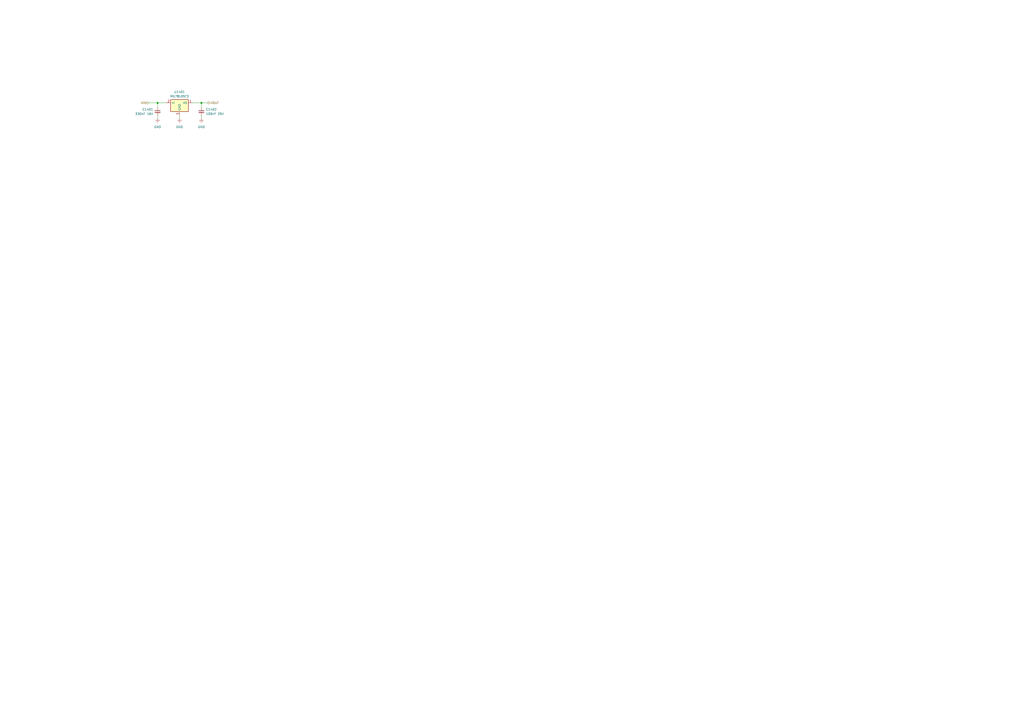
<source format=kicad_sch>
(kicad_sch (version 20250114) (generator "eeschema") (generator_version "9.0")
  (paper "A2")
  (lib_symbols
    (symbol "BR_Capacitors_0201:C_0201_100nF_25V_X7R_10%" (pin_numbers (hide yes)) (pin_names (offset 0) (hide yes))
      (property "Reference" "C" (at 1.016 1.778 0))
      (property "Value" "100nF 25V" (at 1.016 -1.778 0))
      (symbol "C_0201_100nF_25V_X7R_10%_0_1"
        (polyline (pts (xy -1.524 0.508) (xy 1.524 0.508)) (stroke (width 0.3048)))
        (polyline (pts (xy -1.524 -0.508) (xy 1.524 -0.508)) (stroke (width 0.3302)))
      )
      (symbol "C_0201_100nF_25V_X7R_10%_1_1"
        (pin passive line (at 0 2.54 270) (length 2.032) (name "~") (number "1"))
        (pin passive line (at 0 -2.54 90) (length 2.032) (name "~") (number "2"))
      )
    )
    (symbol "BR_Capacitors_0402:C_0402_330nF_16V_X7R_10%" (pin_numbers (hide yes)) (pin_names (offset 0.254) (hide yes))
      (property "Reference" "C" (at 1.016 1.778 0))
      (property "Value" "330nF 16V" (at 1.016 -1.778 0))
      (symbol "C_0402_330nF_16V_X7R_10%_0_1"
        (polyline (pts (xy -1.524 0.508) (xy 1.524 0.508)) (stroke (width 0.3048)))
        (polyline (pts (xy -1.524 -0.508) (xy 1.524 -0.508)) (stroke (width 0.3302)))
      )
      (symbol "C_0402_330nF_16V_X7R_10%_1_1"
        (pin passive line (at 0 2.54 270) (length 2.032) (name "~") (number "1"))
        (pin passive line (at 0 -2.54 90) (length 2.032) (name "~") (number "2"))
      )
    )
    (symbol "BR_IC_Regulators:MG78L05T3"
      (property "Reference" "U" (at -6.35 5.08 0))
      (property "Value" "MG78L05T3" (at -6.35 2.54 0))
      (symbol "MG78L05T3_0_1"
        (rectangle (start -5.08 1.905) (end 5.08 -5.08) (stroke (width 0.254)) (fill (type background)))
      )
      (symbol "MG78L05T3_1_1"
        (pin power_in line (at -7.62 0 0) (length 2.54) (name "VI") (number "2"))
        (pin power_in line (at 0 -7.62 90) (length 2.54) (name "GND") (number "3"))
        (pin power_out line (at 7.62 0 180) (length 2.54) (name "VO") (number "1"))
      )
    )
    (symbol "BR_Virtual_Parts:GND" (power) (pin_numbers (hide yes)) (pin_names (offset 0) (hide yes))
      (property "Value" "GND" (at 0 -3.556 0))
      (symbol "GND_0_1"
        (polyline (pts (xy -0.635 -1.905) (xy 0.635 -1.905)))
        (polyline (pts (xy -0.127 -2.54) (xy 0.127 -2.54)))
        (polyline (pts (xy 0 -1.27) (xy 0 0)))
        (polyline (pts (xy 1.27 -1.27) (xy -1.27 -1.27)))
      )
      (symbol "GND_1_1"
        (pin power_in line (at 0 0 270) (length 0) (hide yes) (name "GNDREF") (number "1"))
      )
    )
  )
  (junction (at 116.84 59.69))
  (junction (at 91.44 59.69))
  (wire (pts (xy 116.84 59.69) (xy 120.65 59.69)))
  (wire (pts (xy 116.84 59.69) (xy 116.84 62.23)))
  (wire (pts (xy 91.44 67.31) (xy 91.44 68.58)))
  (wire (pts (xy 104.14 67.31) (xy 104.14 68.58)))
  (wire (pts (xy 86.36 59.69) (xy 91.44 59.69)))
  (wire (pts (xy 111.76 59.69) (xy 116.84 59.69)))
  (wire (pts (xy 91.44 59.69) (xy 96.52 59.69)))
  (wire (pts (xy 91.44 62.23) (xy 91.44 59.69)))
  (wire (pts (xy 116.84 67.31) (xy 116.84 68.58)))
  (hierarchical_label "VIN" (shape input) (at 86.36 59.69 180))
  (hierarchical_label "VOUT" (shape output) (at 120.65 59.69 0))
  (symbol (lib_id "BR_Virtual_Parts:GND") (at 104.14 68.58 0) (unit 1)
    (property "Reference" "#PWR01402" (effects (hide yes)))
    (property "Value" "GND" (at 104.14 73.66 0))
  )
  (symbol (lib_id "BR_Capacitors_0402:C_0402_330nF_16V_X7R_10%") (at 91.44 64.77 0) (unit 1)
    (property "Reference" "C1401" (at 88.9 63.5062 0) (effects (justify right)))
    (property "Value" "330nF 16V" (at 88.9 66.0462 0) (effects (justify right)))
    (property "Footprint" "BR_Passives:C_0402_1005Metric-minimized" (effects (hide yes)))
    (property "Datasheet" "https://lcsc.com/datasheet/lcsc_datasheet_2411220213_FH--Guangdong-Fenghua-Advanced-Tech-0402B334K160NT_C301942.pdf" (effects (hide yes)))
    (property "Description" "330nF 16V X7R 10% Ceramic Capacitor 0402" (effects (hide yes)))
    (property "Manufacturer" "FH" (effects (hide yes)))
    (property "Manufacturer Part Num" "0402B334K160NT" (effects (hide yes)))
    (property "BRE Number" "BRE-001238" (effects (hide yes)))
    (property "JLCPCB Part Num" "C301942" (effects (hide yes)))
  )
  (symbol (lib_id "BR_IC_Regulators:MG78L05T3") (at 104.14 59.69 0) (unit 1)
    (property "Reference" "U1401" (at 104.14 53.34 0))
    (property "Value" "MG78L05T3" (at 104.14 55.88 0))
    (property "Footprint" "BR_SOT:SOT-23" (effects (hide yes)))
    (property "Datasheet" "https://lcsc.com/datasheet/lcsc_datasheet_2501211108_Megain-MG78L05T3_C22396244.pdf" (effects (hide yes)))
    (property "Description" "Linear Regulator, 7 - 30V Input, 170mA, 5V Output, SOT23-3" (effects (hide yes)))
    (property "Manufacturer" "Megain" (effects (hide yes)))
    (property "Manufacturer Part Num" "MG78L05T3" (effects (hide yes)))
    (property "BRE Number" "BRE-001237" (effects (hide yes)))
    (property "JLCPCB Part Num" "C22396244" (effects (hide yes)))
  )
  (symbol (lib_id "BR_Virtual_Parts:GND") (at 91.44 68.58 0) (unit 1)
    (property "Reference" "#PWR01401" (effects (hide yes)))
    (property "Value" "GND" (at 91.44 73.66 0))
  )
  (symbol (lib_id "BR_Virtual_Parts:GND") (at 116.84 68.58 0) (unit 1)
    (property "Reference" "#PWR01403" (effects (hide yes)))
    (property "Value" "GND" (at 116.84 73.66 0))
  )
  (symbol (lib_id "BR_Capacitors_0201:C_0201_100nF_25V_X7R_10%") (at 116.84 64.77 0) (unit 1)
    (property "Reference" "C1402" (at 119.38 63.5062 0) (effects (justify left)))
    (property "Value" "100nF 25V" (at 119.38 66.0462 0) (effects (justify left)))
    (property "Footprint" "BR_Passives:C_0201_0603Metric-minimized" (effects (hide yes)))
    (property "Datasheet" "https://www.lcsc.com/datasheet/lcsc_datasheet_2108070630_Murata-Electronics-GRM033R61E104KE14J_C2649540.pdf" (effects (hide yes)))
    (property "Description" "100nF 25V X5R 10% Ceramic Capacitor 0201" (effects (hide yes)))
    (property "Manufacturer" "Murata Electronics" (effects (hide yes)))
    (property "Manufacturer Part Num" "GRM033R61E104KE14J" (effects (hide yes)))
    (property "BRE Number" "BRE-000000" (effects (hide yes)))
    (property "Supplier 1" "DigiKey" (effects (hide yes)))
    (property "Supplier Part Num 1" "490-14571-1-ND" (effects (hide yes)))
    (property "Supplier 2" "Mouser" (effects (hide yes)))
    (property "Supplier Part Num 2" "81-GRM033R61E104KE4J" (effects (hide yes)))
    (property "Supplier 3" "JLCPCB" (effects (hide yes)))
    (property "Supplier Part Num 3" "C2649540" (effects (hide yes)))
    (property "JLCPCB Part Num" "C76939" (effects (hide yes)))
  )
)
</source>
